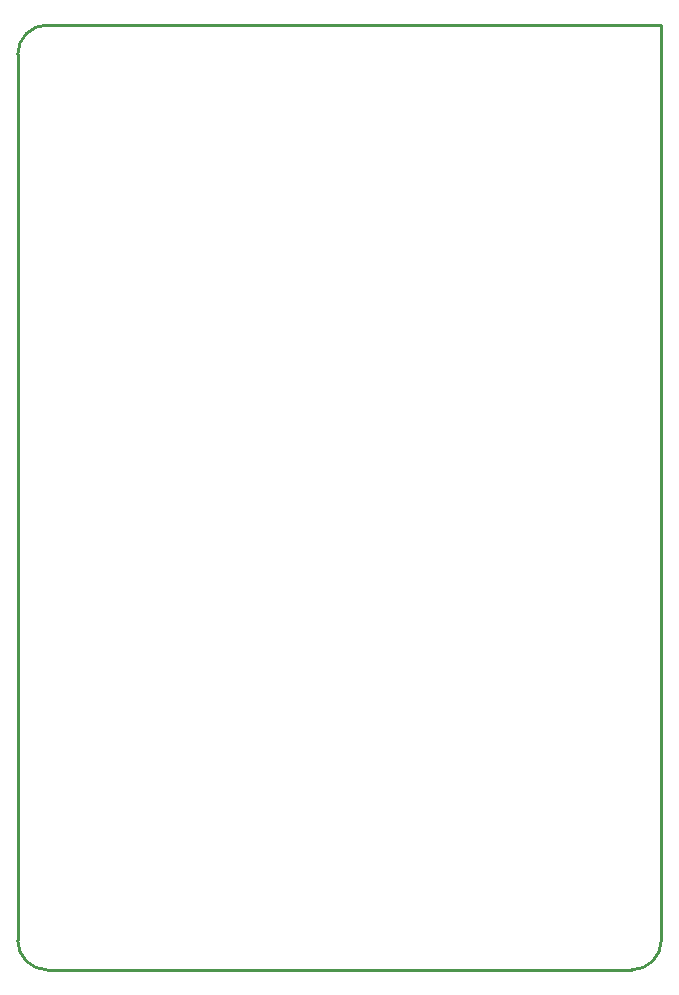
<source format=gm1>
%FSLAX25Y25*%
%MOIN*%
G70*
G01*
G75*
G04 Layer_Color=16711935*
%ADD10C,0.00492*%
%ADD11R,0.03937X0.01811*%
%ADD12R,0.01811X0.01811*%
%ADD13R,0.13386X0.13386*%
%ADD14O,0.00787X0.02559*%
%ADD15O,0.02559X0.00787*%
%ADD16R,0.02835X0.03937*%
%ADD17R,0.03937X0.02835*%
%ADD18R,0.04134X0.04528*%
%ADD19O,0.01772X0.05512*%
%ADD20R,0.03740X0.02559*%
%ADD21R,0.03150X0.02165*%
%ADD22R,0.02559X0.03740*%
%ADD23R,0.03937X0.02362*%
G04:AMPARAMS|DCode=24|XSize=118.11mil|YSize=118.11mil|CornerRadius=0mil|HoleSize=0mil|Usage=FLASHONLY|Rotation=270.000|XOffset=0mil|YOffset=0mil|HoleType=Round|Shape=Octagon|*
%AMOCTAGOND24*
4,1,8,-0.02953,-0.05906,0.02953,-0.05906,0.05906,-0.02953,0.05906,0.02953,0.02953,0.05906,-0.02953,0.05906,-0.05906,0.02953,-0.05906,-0.02953,-0.02953,-0.05906,0.0*
%
%ADD24OCTAGOND24*%

%ADD25R,0.02362X0.03937*%
%ADD26R,0.05512X0.03543*%
%ADD27O,0.01181X0.05512*%
%ADD28O,0.05512X0.01181*%
%ADD29O,0.05709X0.01181*%
%ADD30O,0.01181X0.05709*%
%ADD31R,0.06496X0.04724*%
%ADD32C,0.01142*%
%ADD33R,0.01378X0.03740*%
%ADD34R,0.02953X0.06496*%
%ADD35R,0.03347X0.01575*%
%ADD36C,0.00984*%
%ADD37C,0.01969*%
%ADD38C,0.00500*%
%ADD39C,0.01575*%
%ADD40C,0.00787*%
%ADD41C,0.01000*%
%ADD42O,0.09843X0.05906*%
%ADD43R,0.07874X0.07874*%
%ADD44C,0.07874*%
%ADD45R,0.05906X0.05906*%
%ADD46C,0.05906*%
%ADD47O,0.05906X0.09843*%
%ADD48C,0.11811*%
%ADD49O,0.07874X0.11811*%
%ADD50C,0.19685*%
%ADD51O,0.01969X0.03937*%
%ADD52C,0.01969*%
%ADD53R,0.01969X0.04921*%
%ADD54C,0.00394*%
%ADD55C,0.02362*%
%ADD56C,0.00591*%
%ADD57R,0.14186X0.14186*%
%ADD58O,0.01587X0.03359*%
%ADD59O,0.03359X0.01587*%
%ADD60R,0.03635X0.04737*%
%ADD61R,0.04737X0.03635*%
%ADD62R,0.04934X0.05328*%
%ADD63O,0.02572X0.06312*%
%ADD64R,0.04540X0.03359*%
%ADD65R,0.03950X0.02965*%
%ADD66R,0.03359X0.04540*%
%ADD67R,0.04737X0.03162*%
G04:AMPARAMS|DCode=68|XSize=126.11mil|YSize=126.11mil|CornerRadius=0mil|HoleSize=0mil|Usage=FLASHONLY|Rotation=270.000|XOffset=0mil|YOffset=0mil|HoleType=Round|Shape=Octagon|*
%AMOCTAGOND68*
4,1,8,-0.03153,-0.06306,0.03153,-0.06306,0.06306,-0.03153,0.06306,0.03153,0.03153,0.06306,-0.03153,0.06306,-0.06306,0.03153,-0.06306,-0.03153,-0.03153,-0.06306,0.0*
%
%ADD68OCTAGOND68*%

%ADD69R,0.03162X0.04737*%
%ADD70R,0.06312X0.04343*%
%ADD71O,0.01981X0.06312*%
%ADD72O,0.06312X0.01981*%
%ADD73O,0.06509X0.01981*%
%ADD74O,0.01981X0.06509*%
%ADD75R,0.07296X0.05524*%
%ADD76C,0.01535*%
%ADD77R,0.01772X0.04134*%
%ADD78R,0.03347X0.06890*%
%ADD79R,0.03819X0.02047*%
%ADD80O,0.10642X0.06706*%
%ADD81R,0.08674X0.08674*%
%ADD82C,0.08674*%
%ADD83R,0.06706X0.06706*%
%ADD84C,0.06706*%
%ADD85O,0.06706X0.10642*%
%ADD86C,0.12611*%
%ADD87O,0.08674X0.12611*%
%ADD88C,0.20485*%
%ADD89O,0.02769X0.04737*%
%ADD90C,0.02559*%
%ADD91C,0.02769*%
D36*
X-97441Y314961D02*
G03*
X-107283Y305118I0J-9843D01*
G01*
Y9843D02*
G03*
X-97441Y0I9843J0D01*
G01*
X97441D02*
G03*
X107283Y9843I0J9843D01*
G01*
X-97441Y0D02*
X97441D01*
X-107283Y9843D02*
Y305118D01*
X107283Y9843D02*
Y314961D01*
X-97441D02*
X107283D01*
M02*

</source>
